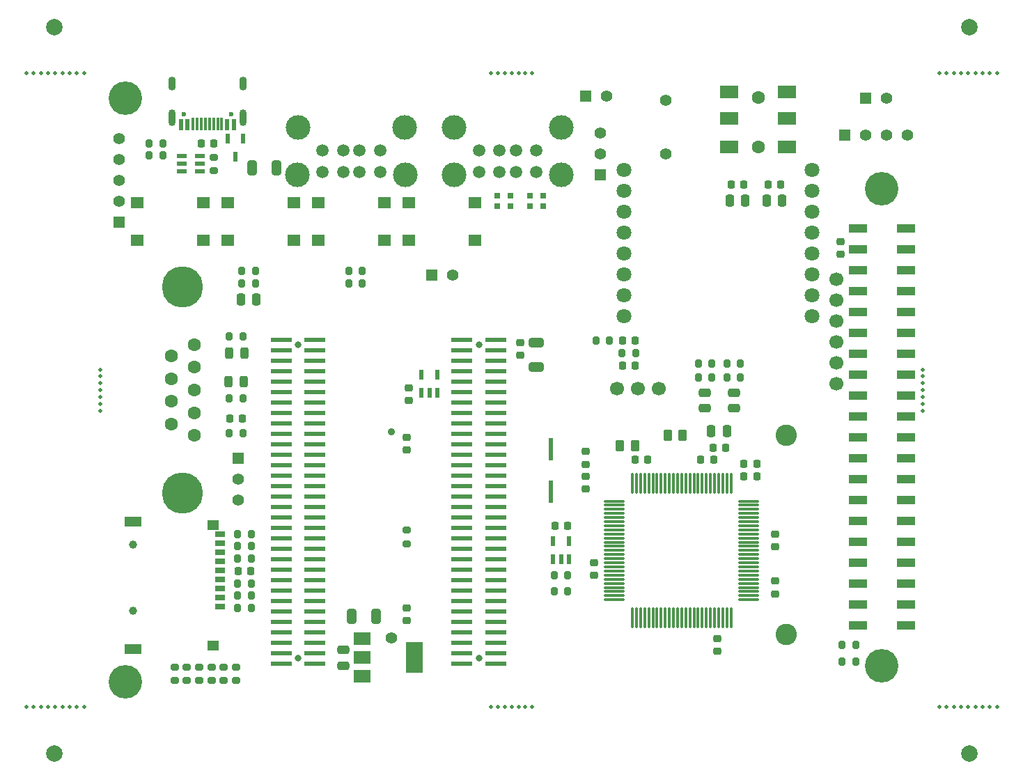
<source format=gts>
G04 #@! TF.GenerationSoftware,KiCad,Pcbnew,(6.99.0-5015-g618347ef50)*
G04 #@! TF.CreationDate,2023-01-08T20:33:57+01:00*
G04 #@! TF.ProjectId,TinyLlama,54696e79-4c6c-4616-9d61-2e6b69636164,2.1*
G04 #@! TF.SameCoordinates,Original*
G04 #@! TF.FileFunction,Soldermask,Top*
G04 #@! TF.FilePolarity,Negative*
%FSLAX46Y46*%
G04 Gerber Fmt 4.6, Leading zero omitted, Abs format (unit mm)*
G04 Created by KiCad (PCBNEW (6.99.0-5015-g618347ef50)) date 2023-01-08 20:33:57*
%MOMM*%
%LPD*%
G01*
G04 APERTURE LIST*
G04 Aperture macros list*
%AMRoundRect*
0 Rectangle with rounded corners*
0 $1 Rounding radius*
0 $2 $3 $4 $5 $6 $7 $8 $9 X,Y pos of 4 corners*
0 Add a 4 corners polygon primitive as box body*
4,1,4,$2,$3,$4,$5,$6,$7,$8,$9,$2,$3,0*
0 Add four circle primitives for the rounded corners*
1,1,$1+$1,$2,$3*
1,1,$1+$1,$4,$5*
1,1,$1+$1,$6,$7*
1,1,$1+$1,$8,$9*
0 Add four rect primitives between the rounded corners*
20,1,$1+$1,$2,$3,$4,$5,0*
20,1,$1+$1,$4,$5,$6,$7,0*
20,1,$1+$1,$6,$7,$8,$9,0*
20,1,$1+$1,$8,$9,$2,$3,0*%
G04 Aperture macros list end*
%ADD10RoundRect,0.200000X-0.200000X-0.275000X0.200000X-0.275000X0.200000X0.275000X-0.200000X0.275000X0*%
%ADD11RoundRect,0.225000X0.250000X-0.225000X0.250000X0.225000X-0.250000X0.225000X-0.250000X-0.225000X0*%
%ADD12C,0.500000*%
%ADD13RoundRect,0.225000X-0.250000X0.225000X-0.250000X-0.225000X0.250000X-0.225000X0.250000X0.225000X0*%
%ADD14R,1.397000X1.397000*%
%ADD15C,1.397000*%
%ADD16RoundRect,0.225000X-0.225000X-0.250000X0.225000X-0.250000X0.225000X0.250000X-0.225000X0.250000X0*%
%ADD17R,2.000000X3.800000*%
%ADD18R,2.000000X1.500000*%
%ADD19C,1.500000*%
%ADD20C,3.000000*%
%ADD21RoundRect,0.200000X0.275000X-0.200000X0.275000X0.200000X-0.275000X0.200000X-0.275000X-0.200000X0*%
%ADD22RoundRect,0.200000X0.200000X0.275000X-0.200000X0.275000X-0.200000X-0.275000X0.200000X-0.275000X0*%
%ADD23RoundRect,0.250000X-0.262500X-0.450000X0.262500X-0.450000X0.262500X0.450000X-0.262500X0.450000X0*%
%ADD24RoundRect,0.250000X0.475000X-0.250000X0.475000X0.250000X-0.475000X0.250000X-0.475000X-0.250000X0*%
%ADD25C,4.064000*%
%ADD26C,1.000000*%
%ADD27R,1.300000X0.700000*%
%ADD28R,2.000000X1.200000*%
%ADD29R,1.400000X1.200000*%
%ADD30C,0.600000*%
%ADD31R,0.600000X1.440000*%
%ADD32R,0.300000X1.500000*%
%ADD33O,0.900000X2.000000*%
%ADD34O,0.900000X1.700000*%
%ADD35RoundRect,0.075000X-1.162500X-0.075000X1.162500X-0.075000X1.162500X0.075000X-1.162500X0.075000X0*%
%ADD36RoundRect,0.075000X-0.075000X-1.162500X0.075000X-1.162500X0.075000X1.162500X-0.075000X1.162500X0*%
%ADD37RoundRect,0.250000X0.325000X0.650000X-0.325000X0.650000X-0.325000X-0.650000X0.325000X-0.650000X0*%
%ADD38C,2.000000*%
%ADD39R,0.600000X1.200000*%
%ADD40RoundRect,0.225000X0.225000X0.250000X-0.225000X0.250000X-0.225000X-0.250000X0.225000X-0.250000X0*%
%ADD41C,0.800000*%
%ADD42R,2.600000X0.630000*%
%ADD43R,0.700000X0.700000*%
%ADD44R,1.600000X1.400000*%
%ADD45RoundRect,0.250000X0.250000X0.475000X-0.250000X0.475000X-0.250000X-0.475000X0.250000X-0.475000X0*%
%ADD46RoundRect,0.250000X-0.650000X0.325000X-0.650000X-0.325000X0.650000X-0.325000X0.650000X0.325000X0*%
%ADD47R,0.600000X2.800000*%
%ADD48RoundRect,0.250000X-0.250000X-0.475000X0.250000X-0.475000X0.250000X0.475000X-0.250000X0.475000X0*%
%ADD49RoundRect,0.218750X-0.218750X-0.256250X0.218750X-0.256250X0.218750X0.256250X-0.218750X0.256250X0*%
%ADD50R,2.300000X1.020000*%
%ADD51C,1.700000*%
%ADD52RoundRect,0.243750X-0.243750X-0.456250X0.243750X-0.456250X0.243750X0.456250X-0.243750X0.456250X0*%
%ADD53R,1.200000X0.600000*%
%ADD54C,1.600000*%
%ADD55C,5.000000*%
%ADD56R,2.200000X1.600000*%
%ADD57RoundRect,0.250000X-0.325000X-0.650000X0.325000X-0.650000X0.325000X0.650000X-0.325000X0.650000X0*%
%ADD58C,1.400000*%
%ADD59C,2.600000*%
%ADD60C,0.900000*%
%ADD61C,1.800000*%
G04 APERTURE END LIST*
D10*
X40675001Y-81500012D03*
X42325001Y-81500012D03*
D11*
X83000000Y-71525000D03*
X83000000Y-69975000D03*
D12*
X132125000Y-101000000D03*
X127750000Y-24000000D03*
D13*
X83000000Y-72975000D03*
X83000000Y-74525000D03*
D14*
X82999999Y-26749999D03*
D15*
X85540000Y-26750000D03*
D14*
X84749999Y-36329999D03*
D15*
X84750000Y-33790000D03*
X84750000Y-31250000D03*
D16*
X36225000Y-32500000D03*
X37775000Y-32500000D03*
D12*
X17625000Y-24000000D03*
X128625000Y-101000000D03*
D17*
X62149999Y-94999999D03*
D18*
X55849999Y-92699999D03*
X55849999Y-94999999D03*
X55849999Y-97299999D03*
D10*
X114175000Y-95500000D03*
X115825000Y-95500000D03*
D13*
X99000000Y-92725000D03*
X99000000Y-94275000D03*
D19*
X77000000Y-36000000D03*
X74500000Y-36000000D03*
X72500000Y-36000000D03*
X70000000Y-36000000D03*
X77000000Y-33400000D03*
X74500000Y-33400000D03*
X72500000Y-33400000D03*
X70000000Y-33400000D03*
D20*
X80050000Y-36350000D03*
X80000000Y-30550000D03*
X67000000Y-30550000D03*
X66950000Y-36350000D03*
D21*
X40500000Y-97825006D03*
X40500000Y-96175006D03*
D10*
X40675001Y-79999990D03*
X42325001Y-79999990D03*
D22*
X80825000Y-87000000D03*
X79175000Y-87000000D03*
D12*
X24000000Y-65000000D03*
D21*
X37800000Y-35825000D03*
X37800000Y-34175000D03*
D12*
X15000000Y-24000000D03*
D23*
X92940000Y-68000000D03*
X94765000Y-68000000D03*
D14*
X116999999Y-26999999D03*
D15*
X119540000Y-27000000D03*
D12*
X76500000Y-101000000D03*
X131250000Y-101000000D03*
X126000000Y-101000000D03*
D24*
X97500000Y-64700000D03*
X97500000Y-62800000D03*
D16*
X105175000Y-37500000D03*
X106725000Y-37500000D03*
D25*
X119000000Y-96000000D03*
D12*
X124000000Y-63333333D03*
D11*
X61249989Y-90525008D03*
X61249989Y-88975008D03*
D26*
X28000000Y-81310000D03*
X28000000Y-89310000D03*
D27*
X38549999Y-88819999D03*
X38549999Y-87719999D03*
X38549999Y-86619999D03*
X38549999Y-85519999D03*
X38549999Y-84419999D03*
X38549999Y-83319999D03*
X38549999Y-82219999D03*
X38549999Y-81119999D03*
X38549999Y-80019999D03*
D28*
X27999999Y-78499999D03*
D29*
X37699999Y-78919999D03*
X37699999Y-93599999D03*
D28*
X27999999Y-94019999D03*
D12*
X24000000Y-64166666D03*
D10*
X54175000Y-49500000D03*
X55825000Y-49500000D03*
D30*
X39890000Y-28930000D03*
X34110000Y-28930000D03*
D31*
X40199999Y-30209999D03*
X39399999Y-30209999D03*
D32*
X38249999Y-30179999D03*
X37249999Y-30179999D03*
X36749999Y-30179999D03*
X35749999Y-30179999D03*
D31*
X34599999Y-30209999D03*
X33799999Y-30209999D03*
D32*
X35249999Y-30179999D03*
X36249999Y-30179999D03*
X37749999Y-30179999D03*
X38749999Y-30179999D03*
D33*
X41324999Y-29429999D03*
D34*
X41324999Y-25249999D03*
D33*
X32674999Y-29429999D03*
D34*
X32674999Y-25249999D03*
D12*
X24000000Y-60000000D03*
D22*
X101824998Y-61000002D03*
X100174998Y-61000002D03*
D14*
X40749999Y-70749989D03*
D15*
X40750000Y-73289990D03*
X40750000Y-75829990D03*
D21*
X35999999Y-97825006D03*
X35999999Y-96175006D03*
D10*
X40675001Y-88999997D03*
X42325001Y-88999997D03*
D14*
X26249999Y-42079999D03*
D15*
X26250000Y-39540000D03*
X26250000Y-37000000D03*
X26250000Y-34460000D03*
X26250000Y-31920000D03*
D12*
X19375000Y-24000000D03*
D35*
X86499995Y-76000011D03*
X86499995Y-76500011D03*
X86499995Y-77000011D03*
X86499995Y-77500011D03*
X86499995Y-78000011D03*
X86499995Y-78500011D03*
X86499995Y-79000011D03*
X86499995Y-79500011D03*
X86499995Y-80000011D03*
X86499995Y-80500011D03*
X86499995Y-81000011D03*
X86499995Y-81500011D03*
X86499995Y-82000011D03*
X86499995Y-82500011D03*
X86499995Y-83000011D03*
X86499995Y-83500011D03*
X86499995Y-84000011D03*
X86499995Y-84500011D03*
X86499995Y-85000011D03*
X86499995Y-85500011D03*
X86499995Y-86000011D03*
X86499995Y-86500011D03*
X86499995Y-87000011D03*
X86499995Y-87500011D03*
X86499995Y-88000011D03*
D36*
X88662495Y-90162511D03*
X89162495Y-90162511D03*
X89662495Y-90162511D03*
X90162495Y-90162511D03*
X90662495Y-90162511D03*
X91162495Y-90162511D03*
X91662495Y-90162511D03*
X92162495Y-90162511D03*
X92662495Y-90162511D03*
X93162495Y-90162511D03*
X93662495Y-90162511D03*
X94162495Y-90162511D03*
X94662495Y-90162511D03*
X95162495Y-90162511D03*
X95662495Y-90162511D03*
X96162495Y-90162511D03*
X96662495Y-90162511D03*
X97162495Y-90162511D03*
X97662495Y-90162511D03*
X98162495Y-90162511D03*
X98662495Y-90162511D03*
X99162495Y-90162511D03*
X99662495Y-90162511D03*
X100162495Y-90162511D03*
X100662495Y-90162511D03*
D35*
X102824995Y-88000011D03*
X102824995Y-87500011D03*
X102824995Y-87000011D03*
X102824995Y-86500011D03*
X102824995Y-86000011D03*
X102824995Y-85500011D03*
X102824995Y-85000011D03*
X102824995Y-84500011D03*
X102824995Y-84000011D03*
X102824995Y-83500011D03*
X102824995Y-83000011D03*
X102824995Y-82500011D03*
X102824995Y-82000011D03*
X102824995Y-81500011D03*
X102824995Y-81000011D03*
X102824995Y-80500011D03*
X102824995Y-80000011D03*
X102824995Y-79500011D03*
X102824995Y-79000011D03*
X102824995Y-78500011D03*
X102824995Y-78000011D03*
X102824995Y-77500011D03*
X102824995Y-77000011D03*
X102824995Y-76500011D03*
X102824995Y-76000011D03*
D36*
X100662495Y-73837511D03*
X100162495Y-73837511D03*
X99662495Y-73837511D03*
X99162495Y-73837511D03*
X98662495Y-73837511D03*
X98162495Y-73837511D03*
X97662495Y-73837511D03*
X97162495Y-73837511D03*
X96662495Y-73837511D03*
X96162495Y-73837511D03*
X95662495Y-73837511D03*
X95162495Y-73837511D03*
X94662495Y-73837511D03*
X94162495Y-73837511D03*
X93662495Y-73837511D03*
X93162495Y-73837511D03*
X92662495Y-73837511D03*
X92162495Y-73837511D03*
X91662495Y-73837511D03*
X91162495Y-73837511D03*
X90662495Y-73837511D03*
X90162495Y-73837511D03*
X89662495Y-73837511D03*
X89162495Y-73837511D03*
X88662495Y-73837511D03*
D12*
X18500000Y-24000000D03*
D37*
X57500006Y-89999995D03*
X54550006Y-89999995D03*
D12*
X132125000Y-24000000D03*
D16*
X102249988Y-73000004D03*
X103799988Y-73000004D03*
D38*
X129650000Y-106650000D03*
D39*
X41349999Y-31951499D03*
X40399999Y-34151499D03*
X39449999Y-31951499D03*
D12*
X126875000Y-101000000D03*
D40*
X102225000Y-37500000D03*
X100675000Y-37500000D03*
D12*
X21125000Y-101000000D03*
X75666666Y-101000000D03*
X20250000Y-101000000D03*
D25*
X27000000Y-27000000D03*
D40*
X89025000Y-59500000D03*
X87475000Y-59500000D03*
D22*
X31575000Y-32500000D03*
X29925000Y-32500000D03*
D12*
X16750000Y-24000000D03*
X15000000Y-101000000D03*
D13*
X75000000Y-56725000D03*
X75000000Y-58275000D03*
X114000000Y-44475000D03*
X114000000Y-46025000D03*
D12*
X75666666Y-24000000D03*
D39*
X79049989Y-83100010D03*
X79999989Y-83100010D03*
X80949989Y-83100010D03*
X80949989Y-80900010D03*
X79049989Y-80900010D03*
D41*
X48000000Y-57000000D03*
X48000000Y-95100000D03*
X70000000Y-57000000D03*
X70000000Y-95100000D03*
D42*
X45949999Y-56364999D03*
X50049999Y-56364999D03*
X45949999Y-57634999D03*
X50049999Y-57634999D03*
X45949999Y-58904999D03*
X50049999Y-58904999D03*
X45949999Y-60174999D03*
X50049999Y-60174999D03*
X45949999Y-61444999D03*
X50049999Y-61444999D03*
X45949999Y-62714999D03*
X50049999Y-62714999D03*
X45949999Y-63984999D03*
X50049999Y-63984999D03*
X45949999Y-65254999D03*
X50049999Y-65254999D03*
X45949999Y-66524999D03*
X50049999Y-66524999D03*
X45949999Y-67794999D03*
X50049999Y-67794999D03*
X45949999Y-69064999D03*
X50049999Y-69064999D03*
X45949999Y-70334999D03*
X50049999Y-70334999D03*
X45949999Y-71604999D03*
X50049999Y-71604999D03*
X45949999Y-72874999D03*
X50049999Y-72874999D03*
X45949999Y-74144999D03*
X50049999Y-74144999D03*
X45949999Y-75414999D03*
X50049999Y-75414999D03*
X45949999Y-76684999D03*
X50049999Y-76684999D03*
X45949999Y-77954999D03*
X50049999Y-77954999D03*
X45949999Y-79224999D03*
X50049999Y-79224999D03*
X45949999Y-80494999D03*
X50049999Y-80494999D03*
X45949999Y-81764999D03*
X50049999Y-81764999D03*
X45949999Y-83034999D03*
X50049999Y-83034999D03*
X45949999Y-84304999D03*
X50049999Y-84304999D03*
X45949999Y-85574999D03*
X50049999Y-85574999D03*
X45949999Y-86844999D03*
X50049999Y-86844999D03*
X45949999Y-88114999D03*
X50049999Y-88114999D03*
X45949999Y-89384999D03*
X50049999Y-89384999D03*
X45949999Y-90654999D03*
X50049999Y-90654999D03*
X45949999Y-91924999D03*
X50049999Y-91924999D03*
X45949999Y-93194999D03*
X50049999Y-93194999D03*
X45949999Y-94464999D03*
X50049999Y-94464999D03*
X45949999Y-95734999D03*
X50049999Y-95734999D03*
X67949999Y-56364999D03*
X72049999Y-56364999D03*
X67949999Y-57634999D03*
X72049999Y-57634999D03*
X67949999Y-58904999D03*
X72049999Y-58904999D03*
X67949999Y-60174999D03*
X72049999Y-60174999D03*
X67949999Y-61444999D03*
X72049999Y-61444999D03*
X67949999Y-62714999D03*
X72049999Y-62714999D03*
X67949999Y-63984999D03*
X72049999Y-63984999D03*
X67949999Y-65254999D03*
X72049999Y-65254999D03*
X67949999Y-66524999D03*
X72049999Y-66524999D03*
X67949999Y-67794999D03*
X72049999Y-67804999D03*
X67949999Y-69064999D03*
X72049999Y-69064999D03*
X67949999Y-70334999D03*
X72049999Y-70334999D03*
X67949999Y-71604999D03*
X72049999Y-71604999D03*
X67949999Y-72874999D03*
X72049999Y-72874999D03*
X67949999Y-74144999D03*
X72049999Y-74144999D03*
X67949999Y-75414999D03*
X72049999Y-75414999D03*
X67949999Y-76684999D03*
X72049999Y-76684999D03*
X67949999Y-77954999D03*
X72049999Y-77954999D03*
X67949999Y-79224999D03*
X72049999Y-79224999D03*
X67949999Y-80494999D03*
X72049999Y-80494999D03*
X67949999Y-81764999D03*
X72049999Y-81764999D03*
X67949999Y-83034999D03*
X72049999Y-83034999D03*
X67949999Y-84304999D03*
X72049999Y-84304999D03*
X67949999Y-85574999D03*
X72049999Y-85574999D03*
X67949999Y-86844999D03*
X72049999Y-86844999D03*
X67949999Y-88114999D03*
X72049999Y-88114999D03*
X67949999Y-89384999D03*
X72049999Y-89384999D03*
X67949999Y-90654999D03*
X72049999Y-90654999D03*
X67949999Y-91924999D03*
X72049999Y-91924999D03*
X67949999Y-93194999D03*
X72049999Y-93194999D03*
X67949999Y-94464999D03*
X72049999Y-94464999D03*
X67949999Y-95734999D03*
X72049999Y-95734999D03*
D43*
X73849999Y-40136500D03*
X72249999Y-40136500D03*
X72249999Y-38836500D03*
X73849999Y-38836500D03*
D12*
X130375000Y-101000000D03*
X17625000Y-101000000D03*
X72333334Y-101000000D03*
D14*
X114499999Y-31499999D03*
D15*
X117040000Y-31500000D03*
X119580000Y-31500000D03*
X122120000Y-31500000D03*
D25*
X119000000Y-38000000D03*
D22*
X41325000Y-67750000D03*
X39675000Y-67750000D03*
D12*
X15875000Y-24000000D03*
D43*
X77849999Y-40136500D03*
X76249999Y-40136500D03*
X76249999Y-38836500D03*
X77849999Y-38836500D03*
D12*
X73166667Y-101000000D03*
X133000000Y-101000000D03*
D44*
X39499999Y-44249999D03*
X47499999Y-44249999D03*
X39499999Y-39749999D03*
X47499999Y-39749999D03*
D13*
X61249989Y-68225012D03*
X61249989Y-69775012D03*
D12*
X126875000Y-24000000D03*
D45*
X42950000Y-51500000D03*
X41050000Y-51500000D03*
D10*
X40675001Y-86000003D03*
X42325001Y-86000003D03*
D21*
X37500001Y-97825006D03*
X37500001Y-96175006D03*
X39000000Y-97825006D03*
X39000000Y-96175006D03*
D12*
X22000000Y-24000000D03*
X72333334Y-24000000D03*
X24000000Y-60833334D03*
X19375000Y-101000000D03*
X128625000Y-24000000D03*
D11*
X106000000Y-87275000D03*
X106000000Y-85725000D03*
D12*
X131250000Y-24000000D03*
X74000000Y-24000000D03*
D16*
X97000000Y-71000000D03*
X98550000Y-71000000D03*
D10*
X84224992Y-56500000D03*
X85874992Y-56500000D03*
D40*
X80775000Y-78999992D03*
X79225000Y-78999992D03*
D12*
X22000000Y-101000000D03*
D24*
X101000000Y-64700000D03*
X101000000Y-62800000D03*
D12*
X129500000Y-24000000D03*
D19*
X58000000Y-36000000D03*
X55500000Y-36000000D03*
X53500000Y-36000000D03*
X51000000Y-36000000D03*
X58000000Y-33400000D03*
X55500000Y-33400000D03*
X53500000Y-33400000D03*
X51000000Y-33400000D03*
D20*
X61050000Y-36350000D03*
X61000000Y-30550000D03*
X48000000Y-30550000D03*
X47950000Y-36350000D03*
D11*
X84000007Y-85049987D03*
X84000007Y-83499987D03*
D12*
X15875000Y-101000000D03*
X127750000Y-101000000D03*
X74833333Y-101000000D03*
D23*
X87175000Y-69250000D03*
X89000000Y-69250000D03*
D46*
X77000000Y-56775000D03*
X77000000Y-59725000D03*
D47*
X78749999Y-69674999D03*
X78749999Y-74824999D03*
D10*
X40675001Y-83000009D03*
X42325001Y-83000009D03*
D13*
X61500000Y-62225000D03*
X61500000Y-63775000D03*
D12*
X24000000Y-62500000D03*
D10*
X96675005Y-61000002D03*
X98325005Y-61000002D03*
D12*
X129500000Y-101000000D03*
X124000000Y-64166666D03*
X71500000Y-24000000D03*
D10*
X100174998Y-59249993D03*
X101824998Y-59249993D03*
D16*
X40725001Y-84500006D03*
X42275001Y-84500006D03*
D44*
X28499999Y-44249999D03*
X36499999Y-44249999D03*
X28499999Y-39749999D03*
X36499999Y-39749999D03*
D12*
X124000000Y-61666667D03*
D38*
X129650000Y-18350000D03*
D10*
X39675000Y-63500000D03*
X41325000Y-63500000D03*
X39675000Y-56000000D03*
X41325000Y-56000000D03*
D48*
X105000000Y-39500000D03*
X106900000Y-39500000D03*
D38*
X18350000Y-106650000D03*
D49*
X39712500Y-66000000D03*
X41287500Y-66000000D03*
D21*
X61249989Y-81166493D03*
X61249989Y-79516493D03*
D12*
X20250000Y-24000000D03*
X126000000Y-24000000D03*
D24*
X53499992Y-95999998D03*
X53499992Y-94099998D03*
D13*
X106000000Y-79993000D03*
X106000000Y-81543000D03*
D50*
X116099999Y-42869999D03*
X121899999Y-42869999D03*
X116099999Y-45409999D03*
X121899999Y-45409999D03*
X116099999Y-47949999D03*
X121899999Y-47949999D03*
X116099999Y-50489999D03*
X121899999Y-50489999D03*
X116099999Y-53029999D03*
X121899999Y-53029999D03*
X116099999Y-55569999D03*
X121899999Y-55569999D03*
X116099999Y-58109999D03*
X121899999Y-58109999D03*
X116099999Y-60649999D03*
X121899999Y-60649999D03*
X116099999Y-63189999D03*
X121899999Y-63189999D03*
X116099999Y-65729999D03*
X121899999Y-65729999D03*
X116099999Y-68269999D03*
X121899999Y-68269999D03*
X116099999Y-70809999D03*
X121899999Y-70809999D03*
X116099999Y-73349999D03*
X121899999Y-73349999D03*
X116099999Y-75889999D03*
X121899999Y-75889999D03*
X116099999Y-78429999D03*
X121899999Y-78429999D03*
X116099999Y-80969999D03*
X121899999Y-80969999D03*
X116099999Y-83509999D03*
X121899999Y-83509999D03*
X116099999Y-86049999D03*
X121899999Y-86049999D03*
X116099999Y-88589999D03*
X121899999Y-88589999D03*
X116099999Y-91129999D03*
X121899999Y-91129999D03*
D51*
X113500000Y-61700000D03*
X113500000Y-59160000D03*
X113500000Y-56620000D03*
X113500000Y-54080000D03*
X113500000Y-51540000D03*
X113500000Y-49000000D03*
X86830000Y-62335000D03*
X89370000Y-62335000D03*
X91910000Y-62335000D03*
D52*
X39562500Y-61500000D03*
X41437500Y-61500000D03*
D10*
X40675001Y-87500000D03*
X42325001Y-87500000D03*
D12*
X124000000Y-60833334D03*
X76500000Y-24000000D03*
D14*
X64249999Y-48499999D03*
D15*
X66790000Y-48500000D03*
D12*
X133000000Y-24000000D03*
D40*
X90550000Y-71000000D03*
X89000000Y-71000000D03*
D52*
X39625000Y-58000000D03*
X41500000Y-58000000D03*
D12*
X16750000Y-101000000D03*
X74833333Y-24000000D03*
D38*
X18350000Y-18350000D03*
D45*
X100150000Y-67500000D03*
X98250000Y-67500000D03*
D53*
X33899999Y-34049999D03*
X33899999Y-34999999D03*
X33899999Y-35949999D03*
X36099999Y-35949999D03*
X36099999Y-34999999D03*
X36099999Y-34049999D03*
D10*
X96675005Y-59249993D03*
X98325005Y-59249993D03*
D44*
X50499999Y-44249999D03*
X58499999Y-44249999D03*
X50499999Y-39749999D03*
X58499999Y-39749999D03*
D22*
X31575000Y-34000000D03*
X29925000Y-34000000D03*
D21*
X33000000Y-97825006D03*
X33000000Y-96175006D03*
D54*
X35420000Y-56955000D03*
X35420000Y-59725000D03*
X35420000Y-62495000D03*
X35420000Y-65265000D03*
X35420000Y-68035000D03*
X32580000Y-58340000D03*
X32580000Y-61110000D03*
X32580000Y-63880000D03*
X32580000Y-66650000D03*
D55*
X34000000Y-74990000D03*
X34000000Y-50000000D03*
D54*
X103950000Y-26950000D03*
X103950000Y-32950000D03*
D56*
X100399999Y-29449999D03*
X107499999Y-29449999D03*
X100399999Y-26249999D03*
X107499999Y-26249999D03*
X100399999Y-32949999D03*
X107499999Y-32949999D03*
D10*
X54175000Y-48000000D03*
X55825000Y-48000000D03*
X114175000Y-93500000D03*
X115825000Y-93500000D03*
D16*
X87475000Y-56500000D03*
X89025000Y-56500000D03*
D40*
X100050000Y-69500000D03*
X98500000Y-69500000D03*
D22*
X42825000Y-49500000D03*
X41175000Y-49500000D03*
D10*
X41175000Y-48000000D03*
X42825000Y-48000000D03*
D12*
X124000000Y-62500000D03*
D15*
X92700000Y-33751200D03*
X92700000Y-27248800D03*
D45*
X102400000Y-39500000D03*
X100500000Y-39500000D03*
D12*
X124000000Y-60000000D03*
X24000000Y-63333333D03*
X74000000Y-101000000D03*
D16*
X102249988Y-71500007D03*
X103799988Y-71500007D03*
D12*
X73166667Y-24000000D03*
D25*
X27000000Y-98000000D03*
D12*
X71500000Y-101000000D03*
X24000000Y-61666667D03*
X18500000Y-101000000D03*
X130375000Y-24000000D03*
D21*
X34499999Y-97825006D03*
X34499999Y-96175006D03*
D57*
X42425000Y-35500000D03*
X45375000Y-35500000D03*
D10*
X87425000Y-58000000D03*
X89075000Y-58000000D03*
D22*
X80825000Y-85000004D03*
X79175000Y-85000004D03*
D44*
X61499999Y-44249999D03*
X69499999Y-44249999D03*
X61499999Y-39749999D03*
X69499999Y-39749999D03*
D12*
X21125000Y-24000000D03*
X124000000Y-65000000D03*
D39*
X63049999Y-62849999D03*
X63999999Y-62849999D03*
X64949999Y-62849999D03*
X64949999Y-60649999D03*
X63049999Y-60649999D03*
D58*
X59330500Y-92600000D03*
D59*
X107380500Y-92200000D03*
X107380500Y-68000000D03*
D60*
X59330500Y-67600000D03*
D61*
X87640000Y-53530000D03*
X87640000Y-50990000D03*
X87640000Y-48450000D03*
X87640000Y-45910000D03*
X87640000Y-43370000D03*
X87640000Y-40830000D03*
X87640000Y-38290000D03*
X87640000Y-35750000D03*
X110500000Y-35750000D03*
X110500000Y-38290000D03*
X110500000Y-40830000D03*
X110500000Y-43370000D03*
X110500000Y-45910000D03*
X110500000Y-48450000D03*
X110500000Y-50990000D03*
X110500000Y-53530000D03*
M02*

</source>
